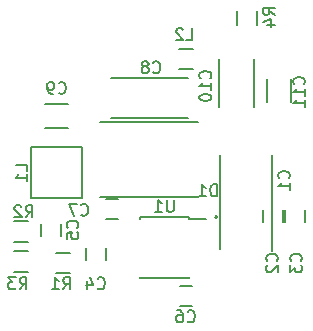
<source format=gbr>
G04 #@! TF.FileFunction,Legend,Bot*
%FSLAX46Y46*%
G04 Gerber Fmt 4.6, Leading zero omitted, Abs format (unit mm)*
G04 Created by KiCad (PCBNEW 4.0.2-stable) date 07/11/2016 13:31:13*
%MOMM*%
G01*
G04 APERTURE LIST*
%ADD10C,0.150000*%
%ADD11C,0.250000*%
G04 APERTURE END LIST*
D10*
D11*
X136652000Y-91543143D02*
X136604381Y-91590762D01*
X136652000Y-91638381D01*
X136699619Y-91590762D01*
X136652000Y-91543143D01*
X136652000Y-91638381D01*
D10*
X123098000Y-96379000D02*
X124298000Y-96379000D01*
X124298000Y-94629000D02*
X123098000Y-94629000D01*
X136992000Y-94370000D02*
X136992000Y-86370000D01*
X141392000Y-86370000D02*
X141392000Y-94470000D01*
X142328000Y-91067000D02*
X142328000Y-92067000D01*
X140628000Y-92067000D02*
X140628000Y-91067000D01*
X144233000Y-91067000D02*
X144233000Y-92067000D01*
X142533000Y-92067000D02*
X142533000Y-91067000D01*
X127342000Y-94242000D02*
X127342000Y-95242000D01*
X125642000Y-95242000D02*
X125642000Y-94242000D01*
X123532000Y-92210000D02*
X123532000Y-93210000D01*
X121832000Y-93210000D02*
X121832000Y-92210000D01*
X133612000Y-97448000D02*
X134612000Y-97448000D01*
X134612000Y-99148000D02*
X133612000Y-99148000D01*
X128389000Y-91782000D02*
X127389000Y-91782000D01*
X127389000Y-90082000D02*
X128389000Y-90082000D01*
X134318000Y-79834000D02*
X127818000Y-79834000D01*
X134318000Y-83234000D02*
X127818000Y-83234000D01*
X122190000Y-82033000D02*
X124190000Y-82033000D01*
X124190000Y-84083000D02*
X122190000Y-84083000D01*
X139930000Y-82318000D02*
X139930000Y-78218000D01*
X136930000Y-82318000D02*
X136930000Y-78218000D01*
X140961000Y-81899000D02*
X140961000Y-79899000D01*
X143011000Y-79899000D02*
X143011000Y-81899000D01*
X135199000Y-83541000D02*
X126899000Y-83541000D01*
X126899000Y-89941000D02*
X135199000Y-89941000D01*
X125340000Y-90034000D02*
X121040000Y-90034000D01*
X125340000Y-85734000D02*
X121040000Y-85734000D01*
X121040000Y-85734000D02*
X121040000Y-90034000D01*
X125340000Y-85734000D02*
X125340000Y-90034000D01*
X134712000Y-77357000D02*
X133512000Y-77357000D01*
X133512000Y-79107000D02*
X134712000Y-79107000D01*
X120742000Y-91962000D02*
X119542000Y-91962000D01*
X119542000Y-93712000D02*
X120742000Y-93712000D01*
X119542000Y-96252000D02*
X120742000Y-96252000D01*
X120742000Y-94502000D02*
X119542000Y-94502000D01*
X138444000Y-74203000D02*
X138444000Y-75403000D01*
X140194000Y-75403000D02*
X140194000Y-74203000D01*
X134409000Y-91659000D02*
X134409000Y-91804000D01*
X130259000Y-91659000D02*
X130259000Y-91804000D01*
X130259000Y-96809000D02*
X130259000Y-96664000D01*
X134409000Y-96809000D02*
X134409000Y-96664000D01*
X134409000Y-91659000D02*
X130259000Y-91659000D01*
X134409000Y-96809000D02*
X130259000Y-96809000D01*
X134409000Y-91804000D02*
X135809000Y-91804000D01*
X123737666Y-97734381D02*
X124071000Y-97258190D01*
X124309095Y-97734381D02*
X124309095Y-96734381D01*
X123928142Y-96734381D01*
X123832904Y-96782000D01*
X123785285Y-96829619D01*
X123737666Y-96924857D01*
X123737666Y-97067714D01*
X123785285Y-97162952D01*
X123832904Y-97210571D01*
X123928142Y-97258190D01*
X124309095Y-97258190D01*
X122785285Y-97734381D02*
X123356714Y-97734381D01*
X123071000Y-97734381D02*
X123071000Y-96734381D01*
X123166238Y-96877238D01*
X123261476Y-96972476D01*
X123356714Y-97020095D01*
X142851143Y-88352334D02*
X142898762Y-88304715D01*
X142946381Y-88161858D01*
X142946381Y-88066620D01*
X142898762Y-87923762D01*
X142803524Y-87828524D01*
X142708286Y-87780905D01*
X142517810Y-87733286D01*
X142374952Y-87733286D01*
X142184476Y-87780905D01*
X142089238Y-87828524D01*
X141994000Y-87923762D01*
X141946381Y-88066620D01*
X141946381Y-88161858D01*
X141994000Y-88304715D01*
X142041619Y-88352334D01*
X142946381Y-89304715D02*
X142946381Y-88733286D01*
X142946381Y-89019000D02*
X141946381Y-89019000D01*
X142089238Y-88923762D01*
X142184476Y-88828524D01*
X142232095Y-88733286D01*
X141835143Y-95337334D02*
X141882762Y-95289715D01*
X141930381Y-95146858D01*
X141930381Y-95051620D01*
X141882762Y-94908762D01*
X141787524Y-94813524D01*
X141692286Y-94765905D01*
X141501810Y-94718286D01*
X141358952Y-94718286D01*
X141168476Y-94765905D01*
X141073238Y-94813524D01*
X140978000Y-94908762D01*
X140930381Y-95051620D01*
X140930381Y-95146858D01*
X140978000Y-95289715D01*
X141025619Y-95337334D01*
X141025619Y-95718286D02*
X140978000Y-95765905D01*
X140930381Y-95861143D01*
X140930381Y-96099239D01*
X140978000Y-96194477D01*
X141025619Y-96242096D01*
X141120857Y-96289715D01*
X141216095Y-96289715D01*
X141358952Y-96242096D01*
X141930381Y-95670667D01*
X141930381Y-96289715D01*
X143867143Y-95337334D02*
X143914762Y-95289715D01*
X143962381Y-95146858D01*
X143962381Y-95051620D01*
X143914762Y-94908762D01*
X143819524Y-94813524D01*
X143724286Y-94765905D01*
X143533810Y-94718286D01*
X143390952Y-94718286D01*
X143200476Y-94765905D01*
X143105238Y-94813524D01*
X143010000Y-94908762D01*
X142962381Y-95051620D01*
X142962381Y-95146858D01*
X143010000Y-95289715D01*
X143057619Y-95337334D01*
X142962381Y-95670667D02*
X142962381Y-96289715D01*
X143343333Y-95956381D01*
X143343333Y-96099239D01*
X143390952Y-96194477D01*
X143438571Y-96242096D01*
X143533810Y-96289715D01*
X143771905Y-96289715D01*
X143867143Y-96242096D01*
X143914762Y-96194477D01*
X143962381Y-96099239D01*
X143962381Y-95813524D01*
X143914762Y-95718286D01*
X143867143Y-95670667D01*
X126658666Y-97639143D02*
X126706285Y-97686762D01*
X126849142Y-97734381D01*
X126944380Y-97734381D01*
X127087238Y-97686762D01*
X127182476Y-97591524D01*
X127230095Y-97496286D01*
X127277714Y-97305810D01*
X127277714Y-97162952D01*
X127230095Y-96972476D01*
X127182476Y-96877238D01*
X127087238Y-96782000D01*
X126944380Y-96734381D01*
X126849142Y-96734381D01*
X126706285Y-96782000D01*
X126658666Y-96829619D01*
X125801523Y-97067714D02*
X125801523Y-97734381D01*
X126039619Y-96686762D02*
X126277714Y-97401048D01*
X125658666Y-97401048D01*
X124944143Y-92543334D02*
X124991762Y-92495715D01*
X125039381Y-92352858D01*
X125039381Y-92257620D01*
X124991762Y-92114762D01*
X124896524Y-92019524D01*
X124801286Y-91971905D01*
X124610810Y-91924286D01*
X124467952Y-91924286D01*
X124277476Y-91971905D01*
X124182238Y-92019524D01*
X124087000Y-92114762D01*
X124039381Y-92257620D01*
X124039381Y-92352858D01*
X124087000Y-92495715D01*
X124134619Y-92543334D01*
X124039381Y-93448096D02*
X124039381Y-92971905D01*
X124515571Y-92924286D01*
X124467952Y-92971905D01*
X124420333Y-93067143D01*
X124420333Y-93305239D01*
X124467952Y-93400477D01*
X124515571Y-93448096D01*
X124610810Y-93495715D01*
X124848905Y-93495715D01*
X124944143Y-93448096D01*
X124991762Y-93400477D01*
X125039381Y-93305239D01*
X125039381Y-93067143D01*
X124991762Y-92971905D01*
X124944143Y-92924286D01*
X134278666Y-100433143D02*
X134326285Y-100480762D01*
X134469142Y-100528381D01*
X134564380Y-100528381D01*
X134707238Y-100480762D01*
X134802476Y-100385524D01*
X134850095Y-100290286D01*
X134897714Y-100099810D01*
X134897714Y-99956952D01*
X134850095Y-99766476D01*
X134802476Y-99671238D01*
X134707238Y-99576000D01*
X134564380Y-99528381D01*
X134469142Y-99528381D01*
X134326285Y-99576000D01*
X134278666Y-99623619D01*
X133421523Y-99528381D02*
X133612000Y-99528381D01*
X133707238Y-99576000D01*
X133754857Y-99623619D01*
X133850095Y-99766476D01*
X133897714Y-99956952D01*
X133897714Y-100337905D01*
X133850095Y-100433143D01*
X133802476Y-100480762D01*
X133707238Y-100528381D01*
X133516761Y-100528381D01*
X133421523Y-100480762D01*
X133373904Y-100433143D01*
X133326285Y-100337905D01*
X133326285Y-100099810D01*
X133373904Y-100004571D01*
X133421523Y-99956952D01*
X133516761Y-99909333D01*
X133707238Y-99909333D01*
X133802476Y-99956952D01*
X133850095Y-100004571D01*
X133897714Y-100099810D01*
X125261666Y-91416143D02*
X125309285Y-91463762D01*
X125452142Y-91511381D01*
X125547380Y-91511381D01*
X125690238Y-91463762D01*
X125785476Y-91368524D01*
X125833095Y-91273286D01*
X125880714Y-91082810D01*
X125880714Y-90939952D01*
X125833095Y-90749476D01*
X125785476Y-90654238D01*
X125690238Y-90559000D01*
X125547380Y-90511381D01*
X125452142Y-90511381D01*
X125309285Y-90559000D01*
X125261666Y-90606619D01*
X124928333Y-90511381D02*
X124261666Y-90511381D01*
X124690238Y-91511381D01*
X131357666Y-79351143D02*
X131405285Y-79398762D01*
X131548142Y-79446381D01*
X131643380Y-79446381D01*
X131786238Y-79398762D01*
X131881476Y-79303524D01*
X131929095Y-79208286D01*
X131976714Y-79017810D01*
X131976714Y-78874952D01*
X131929095Y-78684476D01*
X131881476Y-78589238D01*
X131786238Y-78494000D01*
X131643380Y-78446381D01*
X131548142Y-78446381D01*
X131405285Y-78494000D01*
X131357666Y-78541619D01*
X130786238Y-78874952D02*
X130881476Y-78827333D01*
X130929095Y-78779714D01*
X130976714Y-78684476D01*
X130976714Y-78636857D01*
X130929095Y-78541619D01*
X130881476Y-78494000D01*
X130786238Y-78446381D01*
X130595761Y-78446381D01*
X130500523Y-78494000D01*
X130452904Y-78541619D01*
X130405285Y-78636857D01*
X130405285Y-78684476D01*
X130452904Y-78779714D01*
X130500523Y-78827333D01*
X130595761Y-78874952D01*
X130786238Y-78874952D01*
X130881476Y-78922571D01*
X130929095Y-78970190D01*
X130976714Y-79065429D01*
X130976714Y-79255905D01*
X130929095Y-79351143D01*
X130881476Y-79398762D01*
X130786238Y-79446381D01*
X130595761Y-79446381D01*
X130500523Y-79398762D01*
X130452904Y-79351143D01*
X130405285Y-79255905D01*
X130405285Y-79065429D01*
X130452904Y-78970190D01*
X130500523Y-78922571D01*
X130595761Y-78874952D01*
X123356666Y-81115143D02*
X123404285Y-81162762D01*
X123547142Y-81210381D01*
X123642380Y-81210381D01*
X123785238Y-81162762D01*
X123880476Y-81067524D01*
X123928095Y-80972286D01*
X123975714Y-80781810D01*
X123975714Y-80638952D01*
X123928095Y-80448476D01*
X123880476Y-80353238D01*
X123785238Y-80258000D01*
X123642380Y-80210381D01*
X123547142Y-80210381D01*
X123404285Y-80258000D01*
X123356666Y-80305619D01*
X122880476Y-81210381D02*
X122690000Y-81210381D01*
X122594761Y-81162762D01*
X122547142Y-81115143D01*
X122451904Y-80972286D01*
X122404285Y-80781810D01*
X122404285Y-80400857D01*
X122451904Y-80305619D01*
X122499523Y-80258000D01*
X122594761Y-80210381D01*
X122785238Y-80210381D01*
X122880476Y-80258000D01*
X122928095Y-80305619D01*
X122975714Y-80400857D01*
X122975714Y-80638952D01*
X122928095Y-80734190D01*
X122880476Y-80781810D01*
X122785238Y-80829429D01*
X122594761Y-80829429D01*
X122499523Y-80781810D01*
X122451904Y-80734190D01*
X122404285Y-80638952D01*
X136187143Y-79875143D02*
X136234762Y-79827524D01*
X136282381Y-79684667D01*
X136282381Y-79589429D01*
X136234762Y-79446571D01*
X136139524Y-79351333D01*
X136044286Y-79303714D01*
X135853810Y-79256095D01*
X135710952Y-79256095D01*
X135520476Y-79303714D01*
X135425238Y-79351333D01*
X135330000Y-79446571D01*
X135282381Y-79589429D01*
X135282381Y-79684667D01*
X135330000Y-79827524D01*
X135377619Y-79875143D01*
X136282381Y-80827524D02*
X136282381Y-80256095D01*
X136282381Y-80541809D02*
X135282381Y-80541809D01*
X135425238Y-80446571D01*
X135520476Y-80351333D01*
X135568095Y-80256095D01*
X135282381Y-81446571D02*
X135282381Y-81541810D01*
X135330000Y-81637048D01*
X135377619Y-81684667D01*
X135472857Y-81732286D01*
X135663333Y-81779905D01*
X135901429Y-81779905D01*
X136091905Y-81732286D01*
X136187143Y-81684667D01*
X136234762Y-81637048D01*
X136282381Y-81541810D01*
X136282381Y-81446571D01*
X136234762Y-81351333D01*
X136187143Y-81303714D01*
X136091905Y-81256095D01*
X135901429Y-81208476D01*
X135663333Y-81208476D01*
X135472857Y-81256095D01*
X135377619Y-81303714D01*
X135330000Y-81351333D01*
X135282381Y-81446571D01*
X144121143Y-80383143D02*
X144168762Y-80335524D01*
X144216381Y-80192667D01*
X144216381Y-80097429D01*
X144168762Y-79954571D01*
X144073524Y-79859333D01*
X143978286Y-79811714D01*
X143787810Y-79764095D01*
X143644952Y-79764095D01*
X143454476Y-79811714D01*
X143359238Y-79859333D01*
X143264000Y-79954571D01*
X143216381Y-80097429D01*
X143216381Y-80192667D01*
X143264000Y-80335524D01*
X143311619Y-80383143D01*
X144216381Y-81335524D02*
X144216381Y-80764095D01*
X144216381Y-81049809D02*
X143216381Y-81049809D01*
X143359238Y-80954571D01*
X143454476Y-80859333D01*
X143502095Y-80764095D01*
X144216381Y-82287905D02*
X144216381Y-81716476D01*
X144216381Y-82002190D02*
X143216381Y-82002190D01*
X143359238Y-81906952D01*
X143454476Y-81811714D01*
X143502095Y-81716476D01*
X136755095Y-89860381D02*
X136755095Y-88860381D01*
X136517000Y-88860381D01*
X136374142Y-88908000D01*
X136278904Y-89003238D01*
X136231285Y-89098476D01*
X136183666Y-89288952D01*
X136183666Y-89431810D01*
X136231285Y-89622286D01*
X136278904Y-89717524D01*
X136374142Y-89812762D01*
X136517000Y-89860381D01*
X136755095Y-89860381D01*
X135231285Y-89860381D02*
X135802714Y-89860381D01*
X135517000Y-89860381D02*
X135517000Y-88860381D01*
X135612238Y-89003238D01*
X135707476Y-89098476D01*
X135802714Y-89146095D01*
X120721381Y-87717334D02*
X120721381Y-87241143D01*
X119721381Y-87241143D01*
X120721381Y-88574477D02*
X120721381Y-88003048D01*
X120721381Y-88288762D02*
X119721381Y-88288762D01*
X119864238Y-88193524D01*
X119959476Y-88098286D01*
X120007095Y-88003048D01*
X134151666Y-76652381D02*
X134627857Y-76652381D01*
X134627857Y-75652381D01*
X133865952Y-75747619D02*
X133818333Y-75700000D01*
X133723095Y-75652381D01*
X133484999Y-75652381D01*
X133389761Y-75700000D01*
X133342142Y-75747619D01*
X133294523Y-75842857D01*
X133294523Y-75938095D01*
X133342142Y-76080952D01*
X133913571Y-76652381D01*
X133294523Y-76652381D01*
X120562666Y-91638381D02*
X120896000Y-91162190D01*
X121134095Y-91638381D02*
X121134095Y-90638381D01*
X120753142Y-90638381D01*
X120657904Y-90686000D01*
X120610285Y-90733619D01*
X120562666Y-90828857D01*
X120562666Y-90971714D01*
X120610285Y-91066952D01*
X120657904Y-91114571D01*
X120753142Y-91162190D01*
X121134095Y-91162190D01*
X120181714Y-90733619D02*
X120134095Y-90686000D01*
X120038857Y-90638381D01*
X119800761Y-90638381D01*
X119705523Y-90686000D01*
X119657904Y-90733619D01*
X119610285Y-90828857D01*
X119610285Y-90924095D01*
X119657904Y-91066952D01*
X120229333Y-91638381D01*
X119610285Y-91638381D01*
X120054666Y-97734381D02*
X120388000Y-97258190D01*
X120626095Y-97734381D02*
X120626095Y-96734381D01*
X120245142Y-96734381D01*
X120149904Y-96782000D01*
X120102285Y-96829619D01*
X120054666Y-96924857D01*
X120054666Y-97067714D01*
X120102285Y-97162952D01*
X120149904Y-97210571D01*
X120245142Y-97258190D01*
X120626095Y-97258190D01*
X119721333Y-96734381D02*
X119102285Y-96734381D01*
X119435619Y-97115333D01*
X119292761Y-97115333D01*
X119197523Y-97162952D01*
X119149904Y-97210571D01*
X119102285Y-97305810D01*
X119102285Y-97543905D01*
X119149904Y-97639143D01*
X119197523Y-97686762D01*
X119292761Y-97734381D01*
X119578476Y-97734381D01*
X119673714Y-97686762D01*
X119721333Y-97639143D01*
X141676381Y-74509334D02*
X141200190Y-74176000D01*
X141676381Y-73937905D02*
X140676381Y-73937905D01*
X140676381Y-74318858D01*
X140724000Y-74414096D01*
X140771619Y-74461715D01*
X140866857Y-74509334D01*
X141009714Y-74509334D01*
X141104952Y-74461715D01*
X141152571Y-74414096D01*
X141200190Y-74318858D01*
X141200190Y-73937905D01*
X141009714Y-75366477D02*
X141676381Y-75366477D01*
X140628762Y-75128381D02*
X141343048Y-74890286D01*
X141343048Y-75509334D01*
X133095905Y-90186381D02*
X133095905Y-90995905D01*
X133048286Y-91091143D01*
X133000667Y-91138762D01*
X132905429Y-91186381D01*
X132714952Y-91186381D01*
X132619714Y-91138762D01*
X132572095Y-91091143D01*
X132524476Y-90995905D01*
X132524476Y-90186381D01*
X131524476Y-91186381D02*
X132095905Y-91186381D01*
X131810191Y-91186381D02*
X131810191Y-90186381D01*
X131905429Y-90329238D01*
X132000667Y-90424476D01*
X132095905Y-90472095D01*
M02*

</source>
